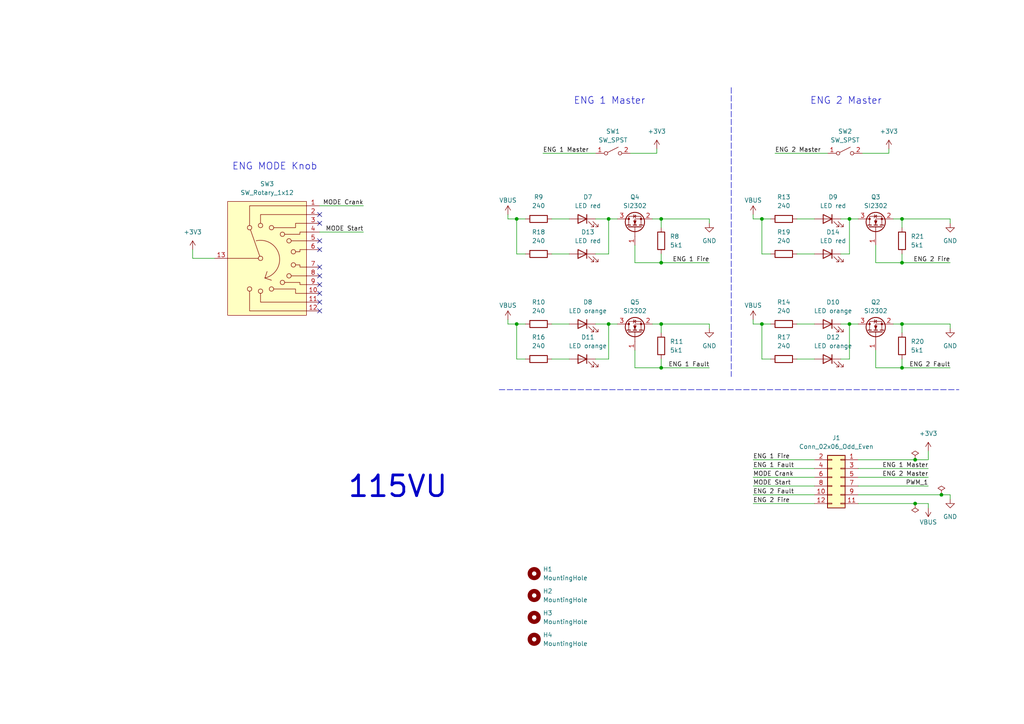
<source format=kicad_sch>
(kicad_sch (version 20231120) (generator "eeschema") (generator_version "8.0")
  (paper "A4")
  (title_block (rev "0.2"))
  (lib_symbols
    (symbol "Connector_Generic:Conn_02x06_Odd_Even" (pin_names (offset 1.016) hide)
      (property "Reference" "J" (at 1.27 7.62 0))
      (property "Value" "Conn_02x06_Odd_Even" (at 1.27 -10.16 0))
      (symbol "Conn_02x06_Odd_Even_1_1"
        (rectangle (start -1.27 -7.493) (end 0 -7.747) (stroke (width 0.1524)))
        (rectangle (start -1.27 -4.953) (end 0 -5.207) (stroke (width 0.1524)))
        (rectangle (start -1.27 -2.413) (end 0 -2.667) (stroke (width 0.1524)))
        (rectangle (start -1.27 0.127) (end 0 -0.127) (stroke (width 0.1524)))
        (rectangle (start -1.27 2.667) (end 0 2.413) (stroke (width 0.1524)))
        (rectangle (start -1.27 5.207) (end 0 4.953) (stroke (width 0.1524)))
        (rectangle (start -1.27 6.35) (end 3.81 -8.89) (stroke (width 0.254)) (fill (type background)))
        (rectangle (start 3.81 -7.493) (end 2.54 -7.747) (stroke (width 0.1524)))
        (rectangle (start 3.81 -4.953) (end 2.54 -5.207) (stroke (width 0.1524)))
        (rectangle (start 3.81 -2.413) (end 2.54 -2.667) (stroke (width 0.1524)))
        (rectangle (start 3.81 0.127) (end 2.54 -0.127) (stroke (width 0.1524)))
        (rectangle (start 3.81 2.667) (end 2.54 2.413) (stroke (width 0.1524)))
        (rectangle (start 3.81 5.207) (end 2.54 4.953) (stroke (width 0.1524)))
        (pin passive line (at -5.08 5.08 0) (length 3.81) (name "Pin_1") (number "1"))
        (pin passive line (at 7.62 -5.08 180) (length 3.81) (name "Pin_10") (number "10"))
        (pin passive line (at -5.08 -7.62 0) (length 3.81) (name "Pin_11") (number "11"))
        (pin passive line (at 7.62 -7.62 180) (length 3.81) (name "Pin_12") (number "12"))
        (pin passive line (at 7.62 5.08 180) (length 3.81) (name "Pin_2") (number "2"))
        (pin passive line (at -5.08 2.54 0) (length 3.81) (name "Pin_3") (number "3"))
        (pin passive line (at 7.62 2.54 180) (length 3.81) (name "Pin_4") (number "4"))
        (pin passive line (at -5.08 0 0) (length 3.81) (name "Pin_5") (number "5"))
        (pin passive line (at 7.62 0 180) (length 3.81) (name "Pin_6") (number "6"))
        (pin passive line (at -5.08 -2.54 0) (length 3.81) (name "Pin_7") (number "7"))
        (pin passive line (at 7.62 -2.54 180) (length 3.81) (name "Pin_8") (number "8"))
        (pin passive line (at -5.08 -5.08 0) (length 3.81) (name "Pin_9") (number "9"))
      )
    )
    (symbol "Device:LED" (pin_numbers hide) (pin_names (offset 1.016) hide)
      (property "Reference" "D" (at 0 2.54 0))
      (property "Value" "LED" (at 0 -2.54 0))
      (symbol "LED_0_1"
        (polyline (pts (xy -1.27 -1.27) (xy -1.27 1.27)) (stroke (width 0.254)))
        (polyline (pts (xy -1.27 0) (xy 1.27 0)))
        (polyline (pts (xy 1.27 -1.27) (xy 1.27 1.27) (xy -1.27 0) (xy 1.27 -1.27)) (stroke (width 0.254)))
        (polyline (pts (xy -3.048 -0.762) (xy -4.572 -2.286) (xy -3.81 -2.286) (xy -4.572 -2.286) (xy -4.572 -1.524)))
        (polyline (pts (xy -1.778 -0.762) (xy -3.302 -2.286) (xy -2.54 -2.286) (xy -3.302 -2.286) (xy -3.302 -1.524)))
      )
      (symbol "LED_1_1"
        (pin passive line (at -3.81 0 0) (length 2.54) (name "K") (number "1"))
        (pin passive line (at 3.81 0 180) (length 2.54) (name "A") (number "2"))
      )
    )
    (symbol "Device:R" (pin_numbers hide) (pin_names (offset 0))
      (property "Reference" "R" (at 2.032 0 90))
      (property "Value" "R" (at 0 0 90))
      (symbol "R_0_1"
        (rectangle (start -1.016 -2.54) (end 1.016 2.54) (stroke (width 0.254)))
      )
      (symbol "R_1_1"
        (pin passive line (at 0 3.81 270) (length 1.27) (name "~") (number "1"))
        (pin passive line (at 0 -3.81 90) (length 1.27) (name "~") (number "2"))
      )
    )
    (symbol "Mechanical:MountingHole" (pin_names (offset 1.016))
      (property "Reference" "H" (at 0 5.08 0))
      (property "Value" "MountingHole" (at 0 3.175 0))
      (symbol "MountingHole_0_1"
        (circle (center 0 0) (radius 1.27) (stroke (width 1.27)))
      )
    )
    (symbol "Switch:SW_Rotary_1x12" (pin_names (offset 1.016) hide)
      (property "Reference" "SW" (at 0 17.78 0))
      (property "Value" "SW_Rotary_1x12" (at 0 -17.78 0))
      (symbol "SW_Rotary_1x12_0_0"
        (circle (center -5.08 -8.89) (radius 0.635))
        (circle (center -5.08 8.89) (radius 0.635))
        (circle (center -1.905 -9.525) (radius 0.635))
        (circle (center -1.905 0) (radius 0.635))
        (circle (center -1.905 9.525) (radius 0.635))
        (arc (start -0.635 -5.715) (mid 3.4777 0.949) (end -3.175 5.08))
        (polyline (pts (xy -2.1336 0.6096) (xy -4.826 8.2804)))
        (polyline (pts (xy -0.635 -5.715) (xy 0 -3.81)))
        (polyline (pts (xy -0.635 -5.715) (xy 1.27 -6.35)))
        (polyline (pts (xy 6.985 -5.08) (xy 11.43 -5.08)))
        (polyline (pts (xy 6.985 5.08) (xy 11.43 5.08)))
        (polyline (pts (xy -5.08 -9.525) (xy -5.08 -15.24) (xy 11.43 -15.24)))
        (polyline (pts (xy -5.08 9.525) (xy -5.08 15.24) (xy 11.43 15.24)))
        (polyline (pts (xy -1.905 -10.16) (xy -1.905 -12.7) (xy 11.43 -12.7)))
        (polyline (pts (xy -1.905 10.16) (xy -1.905 12.7) (xy 11.43 12.7)))
        (polyline (pts (xy 1.905 -8.89) (xy 8.255 -8.89) (xy 8.255 -10.16) (xy 11.43 -10.16)))
        (polyline (pts (xy 1.905 8.89) (xy 8.255 8.89) (xy 8.255 10.16) (xy 11.43 10.16)))
        (polyline (pts (xy 5.08 -6.985) (xy 9.525 -6.985) (xy 9.525 -7.62) (xy 11.43 -7.62)))
        (polyline (pts (xy 5.08 6.985) (xy 9.525 6.985) (xy 9.525 7.62) (xy 11.43 7.62)))
        (polyline (pts (xy 8.255 -1.905) (xy 9.525 -1.905) (xy 9.525 -2.54) (xy 11.43 -2.54)))
        (polyline (pts (xy 8.255 1.905) (xy 9.525 1.905) (xy 9.525 2.54) (xy 11.43 2.54)))
        (circle (center 1.27 -8.89) (radius 0.635))
        (circle (center 1.27 8.89) (radius 0.635))
        (circle (center 4.445 -6.985) (radius 0.635))
        (circle (center 4.445 6.985) (radius 0.635))
        (circle (center 6.35 -5.08) (radius 0.635))
        (circle (center 6.35 5.08) (radius 0.635))
        (circle (center 7.62 -1.905) (radius 0.635))
        (circle (center 7.62 1.905) (radius 0.635))
      )
      (symbol "SW_Rotary_1x12_1_1"
        (rectangle (start -11.43 16.51) (end 11.43 -16.51) (fill (type background)))
        (polyline (pts (xy -11.43 0) (xy -2.54 0)))
        (pin passive line (at 15.24 15.24 180) (length 3.81) (name "1") (number "1"))
        (pin passive line (at 15.24 -10.16 180) (length 3.81) (name "10") (number "10"))
        (pin passive line (at 15.24 -12.7 180) (length 3.81) (name "11") (number "11"))
        (pin passive line (at 15.24 -15.24 180) (length 3.81) (name "12") (number "12"))
        (pin passive line (at -15.24 0 0) (length 3.81) (name "13") (number "13"))
        (pin passive line (at 15.24 12.7 180) (length 3.81) (name "2") (number "2"))
        (pin passive line (at 15.24 10.16 180) (length 3.81) (name "3") (number "3"))
        (pin passive line (at 15.24 7.62 180) (length 3.81) (name "4") (number "4"))
        (pin passive line (at 15.24 5.08 180) (length 3.81) (name "5") (number "5"))
        (pin passive line (at 15.24 2.54 180) (length 3.81) (name "6") (number "6"))
        (pin passive line (at 15.24 -2.54 180) (length 3.81) (name "7") (number "7"))
        (pin passive line (at 15.24 -5.08 180) (length 3.81) (name "8") (number "8"))
        (pin passive line (at 15.24 -7.62 180) (length 3.81) (name "9") (number "9"))
      )
    )
    (symbol "Switch:SW_SPST" (pin_names (offset 0) hide)
      (property "Reference" "SW" (at 0 3.175 0))
      (property "Value" "SW_SPST" (at 0 -2.54 0))
      (symbol "SW_SPST_0_0"
        (circle (center -2.032 0) (radius 0.508))
        (polyline (pts (xy -1.524 0.254) (xy 1.524 1.778)))
        (circle (center 2.032 0) (radius 0.508))
      )
      (symbol "SW_SPST_1_1"
        (pin passive line (at -5.08 0 0) (length 2.54) (name "A") (number "1"))
        (pin passive line (at 5.08 0 180) (length 2.54) (name "B") (number "2"))
      )
    )
    (symbol "Transistor_FET:2N7002K" (pin_names hide)
      (property "Reference" "Q" (at 5.08 1.905 0))
      (property "Value" "2N7002K" (at 5.08 0 0))
      (symbol "2N7002K_0_1"
        (polyline (pts (xy 0.254 0) (xy -2.54 0)))
        (polyline (pts (xy 0.254 1.905) (xy 0.254 -1.905)) (stroke (width 0.254)))
        (polyline (pts (xy 0.762 -1.27) (xy 0.762 -2.286)) (stroke (width 0.254)))
        (polyline (pts (xy 0.762 0.508) (xy 0.762 -0.508)) (stroke (width 0.254)))
        (polyline (pts (xy 0.762 2.286) (xy 0.762 1.27)) (stroke (width 0.254)))
        (polyline (pts (xy 2.54 2.54) (xy 2.54 1.778)))
        (polyline (pts (xy 2.54 -2.54) (xy 2.54 0) (xy 0.762 0)))
        (polyline (pts (xy 0.762 -1.778) (xy 3.302 -1.778) (xy 3.302 1.778) (xy 0.762 1.778)))
        (polyline (pts (xy 1.016 0) (xy 2.032 0.381) (xy 2.032 -0.381) (xy 1.016 0)) (fill (type outline)))
        (polyline (pts (xy 2.794 0.508) (xy 2.921 0.381) (xy 3.683 0.381) (xy 3.81 0.254)))
        (polyline (pts (xy 3.302 0.381) (xy 2.921 -0.254) (xy 3.683 -0.254) (xy 3.302 0.381)))
        (circle (center 1.651 0) (radius 2.794) (stroke (width 0.254)))
        (circle (center 2.54 -1.778) (radius 0.254) (fill (type outline)))
        (circle (center 2.54 1.778) (radius 0.254) (fill (type outline)))
      )
      (symbol "2N7002K_1_1"
        (pin input line (at -5.08 0 0) (length 2.54) (name "G") (number "1"))
        (pin passive line (at 2.54 -5.08 90) (length 2.54) (name "S") (number "2"))
        (pin passive line (at 2.54 5.08 270) (length 2.54) (name "D") (number "3"))
      )
    )
    (symbol "power:+3V3" (power) (pin_names (offset 0))
      (property "Value" "+3V3" (at 0 3.556 0))
      (symbol "+3V3_0_1"
        (polyline (pts (xy -0.762 1.27) (xy 0 2.54)))
        (polyline (pts (xy 0 0) (xy 0 2.54)))
        (polyline (pts (xy 0 2.54) (xy 0.762 1.27)))
      )
      (symbol "+3V3_1_1"
        (pin power_in line (at 0 0 90) (length 0) hide (name "+3V3") (number "1"))
      )
    )
    (symbol "power:GND" (power) (pin_names (offset 0))
      (property "Value" "GND" (at 0 -3.81 0))
      (symbol "GND_0_1"
        (polyline (pts (xy 0 0) (xy 0 -1.27) (xy 1.27 -1.27) (xy 0 -2.54) (xy -1.27 -1.27) (xy 0 -1.27)))
      )
      (symbol "GND_1_1"
        (pin power_in line (at 0 0 270) (length 0) hide (name "GND") (number "1"))
      )
    )
    (symbol "power:PWR_FLAG" (power) (pin_numbers hide) (pin_names (offset 0) hide)
      (property "Value" "PWR_FLAG" (at 0 3.81 0))
      (symbol "PWR_FLAG_0_0"
        (pin power_out line (at 0 0 90) (length 0) (name "pwr") (number "1"))
      )
      (symbol "PWR_FLAG_0_1"
        (polyline (pts (xy 0 0) (xy 0 1.27) (xy -1.016 1.905) (xy 0 2.54) (xy 1.016 1.905) (xy 0 1.27)))
      )
    )
    (symbol "power:VBUS" (power) (pin_names (offset 0))
      (property "Value" "VBUS" (at 0 3.81 0))
      (symbol "VBUS_0_1"
        (polyline (pts (xy -0.762 1.27) (xy 0 2.54)))
        (polyline (pts (xy 0 0) (xy 0 2.54)))
        (polyline (pts (xy 0 2.54) (xy 0.762 1.27)))
      )
      (symbol "VBUS_1_1"
        (pin power_in line (at 0 0 90) (length 0) hide (name "VBUS") (number "1"))
      )
    )
  )
  (junction (at 261.62 93.98))
  (junction (at 176.53 93.98))
  (junction (at 149.86 63.5))
  (junction (at 191.77 76.2))
  (junction (at 191.77 106.68))
  (junction (at 261.62 63.5))
  (junction (at 220.98 63.5))
  (junction (at 220.98 93.98))
  (junction (at 261.62 76.2))
  (junction (at 261.62 106.68))
  (junction (at 191.77 63.5))
  (junction (at 246.38 93.98))
  (junction (at 265.43 146.05))
  (junction (at 265.43 133.35))
  (junction (at 273.05 143.51))
  (junction (at 246.38 63.5))
  (junction (at 176.53 63.5))
  (junction (at 191.77 93.98))
  (junction (at 149.86 93.98))
  (no_connect (at 92.71 72.39))
  (no_connect (at 92.71 80.01))
  (no_connect (at 92.71 77.47))
  (no_connect (at 92.71 85.09))
  (no_connect (at 92.71 90.17))
  (no_connect (at 92.71 64.77))
  (no_connect (at 92.71 62.23))
  (no_connect (at 92.71 69.85))
  (no_connect (at 92.71 82.55))
  (no_connect (at 92.71 87.63))
  (wire (pts (xy 243.84 104.14) (xy 246.38 104.14)))
  (wire (pts (xy 275.59 93.98) (xy 261.62 93.98)))
  (wire (pts (xy 160.02 104.14) (xy 165.1 104.14)))
  (wire (pts (xy 160.02 93.98) (xy 165.1 93.98)))
  (wire (pts (xy 218.44 93.98) (xy 220.98 93.98)))
  (wire (pts (xy 218.44 140.97) (xy 236.22 140.97)))
  (wire (pts (xy 147.32 62.23) (xy 147.32 63.5)))
  (wire (pts (xy 205.74 93.98) (xy 191.77 93.98)))
  (wire (pts (xy 259.08 63.5) (xy 261.62 63.5)))
  (wire (pts (xy 191.77 76.2) (xy 205.74 76.2)))
  (wire (pts (xy 184.15 71.12) (xy 184.15 76.2)))
  (wire (pts (xy 220.98 93.98) (xy 220.98 104.14)))
  (wire (pts (xy 261.62 76.2) (xy 275.59 76.2)))
  (wire (pts (xy 248.92 143.51) (xy 273.05 143.51)))
  (wire (pts (xy 147.32 93.98) (xy 149.86 93.98)))
  (wire (pts (xy 218.44 146.05) (xy 236.22 146.05)))
  (wire (pts (xy 149.86 63.5) (xy 152.4 63.5)))
  (wire (pts (xy 184.15 101.6) (xy 184.15 106.68)))
  (wire (pts (xy 248.92 140.97) (xy 269.24 140.97)))
  (wire (pts (xy 149.86 93.98) (xy 152.4 93.98)))
  (wire (pts (xy 176.53 93.98) (xy 179.07 93.98)))
  (wire (pts (xy 205.74 64.77) (xy 205.74 63.5)))
  (wire (pts (xy 189.23 93.98) (xy 191.77 93.98)))
  (wire (pts (xy 92.71 59.69) (xy 105.41 59.69)))
  (wire (pts (xy 246.38 63.5) (xy 248.92 63.5)))
  (wire (pts (xy 265.43 146.05) (xy 269.24 146.05)))
  (wire (pts (xy 172.72 104.14) (xy 176.53 104.14)))
  (wire (pts (xy 218.44 62.23) (xy 218.44 63.5)))
  (wire (pts (xy 248.92 133.35) (xy 265.43 133.35)))
  (polyline (pts (xy 144.78 113.03) (xy 278.13 113.03)) (stroke (width 0) (type dash)))
  (wire (pts (xy 55.88 72.39) (xy 55.88 74.93)))
  (wire (pts (xy 205.74 63.5) (xy 191.77 63.5)))
  (wire (pts (xy 254 101.6) (xy 254 106.68)))
  (wire (pts (xy 176.53 63.5) (xy 172.72 63.5)))
  (wire (pts (xy 246.38 63.5) (xy 243.84 63.5)))
  (wire (pts (xy 275.59 63.5) (xy 261.62 63.5)))
  (wire (pts (xy 191.77 63.5) (xy 191.77 66.04)))
  (wire (pts (xy 147.32 92.71) (xy 147.32 93.98)))
  (wire (pts (xy 254 106.68) (xy 261.62 106.68)))
  (wire (pts (xy 243.84 73.66) (xy 246.38 73.66)))
  (wire (pts (xy 269.24 147.32) (xy 269.24 146.05)))
  (wire (pts (xy 55.88 74.93) (xy 62.23 74.93)))
  (wire (pts (xy 152.4 73.66) (xy 149.86 73.66)))
  (wire (pts (xy 269.24 130.81) (xy 269.24 133.35)))
  (wire (pts (xy 275.59 64.77) (xy 275.59 63.5)))
  (wire (pts (xy 92.71 67.31) (xy 105.41 67.31)))
  (wire (pts (xy 191.77 73.66) (xy 191.77 76.2)))
  (wire (pts (xy 231.14 93.98) (xy 236.22 93.98)))
  (wire (pts (xy 218.44 92.71) (xy 218.44 93.98)))
  (wire (pts (xy 218.44 138.43) (xy 236.22 138.43)))
  (wire (pts (xy 218.44 135.89) (xy 236.22 135.89)))
  (wire (pts (xy 152.4 104.14) (xy 149.86 104.14)))
  (wire (pts (xy 261.62 93.98) (xy 261.62 96.52)))
  (wire (pts (xy 191.77 93.98) (xy 191.77 96.52)))
  (wire (pts (xy 160.02 73.66) (xy 165.1 73.66)))
  (wire (pts (xy 248.92 135.89) (xy 269.24 135.89)))
  (wire (pts (xy 184.15 76.2) (xy 191.77 76.2)))
  (wire (pts (xy 220.98 63.5) (xy 220.98 73.66)))
  (wire (pts (xy 231.14 104.14) (xy 236.22 104.14)))
  (wire (pts (xy 275.59 143.51) (xy 275.59 144.78)))
  (wire (pts (xy 273.05 143.51) (xy 275.59 143.51)))
  (wire (pts (xy 254 71.12) (xy 254 76.2)))
  (wire (pts (xy 248.92 138.43) (xy 269.24 138.43)))
  (wire (pts (xy 231.14 73.66) (xy 236.22 73.66)))
  (polyline (pts (xy 212.09 25.4) (xy 212.09 109.22)) (stroke (width 0) (type dash)))
  (wire (pts (xy 218.44 133.35) (xy 236.22 133.35)))
  (wire (pts (xy 157.48 44.45) (xy 172.72 44.45)))
  (wire (pts (xy 246.38 93.98) (xy 248.92 93.98)))
  (wire (pts (xy 275.59 95.25) (xy 275.59 93.98)))
  (wire (pts (xy 176.53 63.5) (xy 179.07 63.5)))
  (wire (pts (xy 265.43 133.35) (xy 269.24 133.35)))
  (wire (pts (xy 231.14 63.5) (xy 236.22 63.5)))
  (wire (pts (xy 224.79 44.45) (xy 240.03 44.45)))
  (wire (pts (xy 220.98 63.5) (xy 223.52 63.5)))
  (wire (pts (xy 176.53 93.98) (xy 172.72 93.98)))
  (wire (pts (xy 254 76.2) (xy 261.62 76.2)))
  (wire (pts (xy 218.44 143.51) (xy 236.22 143.51)))
  (wire (pts (xy 182.88 44.45) (xy 190.5 44.45)))
  (wire (pts (xy 261.62 104.14) (xy 261.62 106.68)))
  (wire (pts (xy 257.81 43.18) (xy 257.81 44.45)))
  (wire (pts (xy 205.74 95.25) (xy 205.74 93.98)))
  (wire (pts (xy 259.08 93.98) (xy 261.62 93.98)))
  (wire (pts (xy 176.53 93.98) (xy 176.53 104.14)))
  (wire (pts (xy 149.86 63.5) (xy 149.86 73.66)))
  (wire (pts (xy 250.19 44.45) (xy 257.81 44.45)))
  (wire (pts (xy 176.53 63.5) (xy 176.53 73.66)))
  (wire (pts (xy 147.32 63.5) (xy 149.86 63.5)))
  (wire (pts (xy 261.62 73.66) (xy 261.62 76.2)))
  (wire (pts (xy 246.38 63.5) (xy 246.38 73.66)))
  (wire (pts (xy 223.52 73.66) (xy 220.98 73.66)))
  (wire (pts (xy 246.38 93.98) (xy 243.84 93.98)))
  (wire (pts (xy 160.02 63.5) (xy 165.1 63.5)))
  (wire (pts (xy 191.77 106.68) (xy 205.74 106.68)))
  (wire (pts (xy 261.62 106.68) (xy 275.59 106.68)))
  (wire (pts (xy 191.77 104.14) (xy 191.77 106.68)))
  (wire (pts (xy 184.15 106.68) (xy 191.77 106.68)))
  (wire (pts (xy 246.38 93.98) (xy 246.38 104.14)))
  (wire (pts (xy 261.62 63.5) (xy 261.62 66.04)))
  (wire (pts (xy 223.52 104.14) (xy 220.98 104.14)))
  (wire (pts (xy 172.72 73.66) (xy 176.53 73.66)))
  (wire (pts (xy 149.86 93.98) (xy 149.86 104.14)))
  (wire (pts (xy 190.5 43.18) (xy 190.5 44.45)))
  (wire (pts (xy 248.92 146.05) (xy 265.43 146.05)))
  (wire (pts (xy 218.44 63.5) (xy 220.98 63.5)))
  (wire (pts (xy 189.23 63.5) (xy 191.77 63.5)))
  (wire (pts (xy 220.98 93.98) (xy 223.52 93.98)))
  (text "ENG 1 Master" (at 166.37 30.48 0) (effects (font (size 2 2)) (justify left bottom)))
  (text "ENG MODE Knob" (at 67.31 49.53 0) (effects (font (size 2 2)) (justify left bottom)))
  (text "115VU" (at 100.584 144.78 0) (effects (font (size 6 6) (thickness 0.8) (bold yes)) (justify left bottom)))
  (text "ENG 2 Master" (at 234.95 30.48 0) (effects (font (size 2 2)) (justify left bottom)))
  (label "ENG 1 Fault" (at 218.44 135.89 0))
  (label "PWM_1" (at 269.24 140.97 180))
  (label "MODE Crank" (at 105.41 59.69 180))
  (label "ENG 1 Master" (at 269.24 135.89 180))
  (label "ENG 2 Fault" (at 218.44 143.51 0))
  (label "ENG 1 Master" (at 157.48 44.45 0))
  (label "ENG 2 Master" (at 224.79 44.45 0))
  (label "MODE Start" (at 218.44 140.97 0))
  (label "ENG 2 Fault" (at 275.59 106.68 180))
  (label "ENG 2 Fire" (at 218.44 146.05 0))
  (label "MODE Start" (at 105.41 67.31 180))
  (label "ENG 2 Master" (at 269.24 138.43 180))
  (label "ENG 1 Fire" (at 218.44 133.35 0))
  (label "MODE Crank" (at 218.44 138.43 0))
  (label "ENG 1 Fire" (at 205.74 76.2 180))
  (label "ENG 2 Fire" (at 275.59 76.2 180))
  (label "ENG 1 Fault" (at 205.74 106.68 180))
  (symbol (lib_id "power:PWR_FLAG") (at 265.43 146.05 180) (unit 1)
    (property "Reference" "#FLG02" (effects (hide yes)))
    (property "Value" "PWR_FLAG" (effects (hide yes)))
  )
  (symbol (lib_id "Device:R") (at 156.21 63.5 90) (unit 1)
    (property "Reference" "R9" (at 156.21 57.15 90))
    (property "Value" "240" (at 156.21 59.69 90))
    (property "Footprint" "Resistor_SMD:R_0805_2012Metric" (effects (hide yes)))
    (property "Datasheet" "https://www.lcsc.com/datasheet/lcsc_datasheet_2206010200_UNI-ROYAL-Uniroyal-Elec-0805W8F2400T5E_C17572.pdf" (effects (hide yes)))
    (property "JLCPCB Part" "C17572" (effects (hide yes)))
    (property "Manufracturer" "UNI-ROYAL(Uniroyal Elec)" (effects (hide yes)))
    (property "Manufracturer Part Number" "0805W8F1000T5E" (effects (hide yes)))
  )
  (symbol (lib_id "Device:LED") (at 240.03 93.98 0) (mirror y) (unit 1)
    (property "Reference" "D10" (at 241.6175 87.63 0))
    (property "Value" "LED orange" (at 241.6175 90.17 0))
    (property "Footprint" "LED_SMD:LED_0603_1608Metric" (effects (hide yes)))
    (property "Datasheet" "https://datasheet.lcsc.com/lcsc/1810201530_BrtLed-Bright-LED-Elec-BL-HKC36G-AV-TRB_C165981.pdf" (effects (hide yes)))
    (property "JLCPCB Part" "C165981" (effects (hide yes)))
    (property "Manufracturer" "BrtLed(Bright LED Elec)" (effects (hide yes)))
    (property "Manufracturer Part Number" "BL-HKC36G-AV-TRB" (effects (hide yes)))
  )
  (symbol (lib_id "Connector_Generic:Conn_02x06_Odd_Even") (at 243.84 138.43 0) (mirror y) (unit 1)
    (property "Reference" "J1" (at 242.57 127 0))
    (property "Value" "Conn_02x06_Odd_Even" (at 242.57 129.54 0))
    (property "Footprint" "Connector_IDC:IDC-Header_2x06_P2.54mm_Vertical" (effects (hide yes)))
  )
  (symbol (lib_id "Device:R") (at 227.33 63.5 90) (unit 1)
    (property "Reference" "R13" (at 227.33 57.15 90))
    (property "Value" "240" (at 227.33 59.69 90))
    (property "Footprint" "Resistor_SMD:R_0805_2012Metric" (effects (hide yes)))
    (property "Datasheet" "https://www.lcsc.com/datasheet/lcsc_datasheet_2206010200_UNI-ROYAL-Uniroyal-Elec-0805W8F2400T5E_C17572.pdf" (effects (hide yes)))
    (property "JLCPCB Part" "C17572" (effects (hide yes)))
    (property "Manufracturer" "UNI-ROYAL(Uniroyal Elec)" (effects (hide yes)))
    (property "Manufracturer Part Number" "0805W8F1000T5E" (effects (hide yes)))
  )
  (symbol (lib_id "Mechanical:MountingHole") (at 154.94 185.42 0) (unit 1) (in_bom no)
    (property "Reference" "H4" (at 157.48 184.15 0) (effects (justify left)))
    (property "Value" "MountingHole" (at 157.48 186.69 0) (effects (justify left)))
    (property "Footprint" "MountingHole:MountingHole_2.2mm_M2" (effects (hide yes)))
  )
  (symbol (lib_id "Device:LED") (at 168.91 104.14 0) (mirror y) (unit 1)
    (property "Reference" "D11" (at 170.4975 97.79 0))
    (property "Value" "LED orange" (at 170.4975 100.33 0))
    (property "Footprint" "LED_SMD:LED_0603_1608Metric" (effects (hide yes)))
    (property "Datasheet" "https://datasheet.lcsc.com/lcsc/1810201530_BrtLed-Bright-LED-Elec-BL-HKC36G-AV-TRB_C165981.pdf" (effects (hide yes)))
    (property "JLCPCB Part" "C165981" (effects (hide yes)))
    (property "Manufracturer" "BrtLed(Bright LED Elec)" (effects (hide yes)))
    (property "Manufracturer Part Number" "BL-HKC36G-AV-TRB" (effects (hide yes)))
  )
  (symbol (lib_id "Transistor_FET:2N7002K") (at 184.15 96.52 90) (unit 1)
    (property "Reference" "Q5" (at 184.15 87.63 90))
    (property "Value" "SI2302" (at 184.15 90.17 90))
    (property "Footprint" "Package_TO_SOT_SMD:SOT-23-3" (effects (hide yes)))
    (property "Datasheet" "https://www.lcsc.com/datasheet/lcsc_datasheet_2109011130_YONGYUTAI-SI2302_C2891732.pdf" (effects (hide yes)))
    (property "Manufracturer" "YONGYUTAI" (effects (hide yes)))
    (property "Manufracturer Part Number" "SI2302" (effects (hide yes)))
    (property "JLCPCB Part" "C2891732" (effects (hide yes)))
  )
  (symbol (lib_id "power:VBUS") (at 218.44 62.23 0) (unit 1)
    (property "Reference" "#PWR019" (effects (hide yes)))
    (property "Value" "VBUS" (at 218.44 58.0969 0))
  )
  (symbol (lib_id "Switch:SW_Rotary_1x12") (at 77.47 74.93 0) (unit 1)
    (property "Reference" "SW3" (at 77.47 53.34 0))
    (property "Value" "SW_Rotary_1x12" (at 77.47 55.88 0))
    (property "Footprint" "NiasStuff:C&K_Rotary_Switches" (effects (hide yes)))
    (property "Datasheet" "https://www.mouser.de/datasheet/2/240/arotary-3050724.pdf" (effects (hide yes)))
    (property "JLCPCB Part" "N/A" (effects (hide yes)))
    (property "Manufracturer" "C&K" (effects (hide yes)))
    (property "Manufracturer Part Number" "A12505RNZQ " (effects (hide yes)))
  )
  (symbol (lib_id "Transistor_FET:2N7002K") (at 254 96.52 90) (unit 1)
    (property "Reference" "Q2" (at 254 87.63 90))
    (property "Value" "SI2302" (at 254 90.17 90))
    (property "Footprint" "Package_TO_SOT_SMD:SOT-23-3" (effects (hide yes)))
    (property "Datasheet" "https://www.lcsc.com/datasheet/lcsc_datasheet_2109011130_YONGYUTAI-SI2302_C2891732.pdf" (effects (hide yes)))
    (property "Manufracturer" "YONGYUTAI" (effects (hide yes)))
    (property "Manufracturer Part Number" "SI2302" (effects (hide yes)))
    (property "JLCPCB Part" "C2891732" (effects (hide yes)))
  )
  (symbol (lib_id "power:VBUS") (at 147.32 92.71 0) (unit 1)
    (property "Reference" "#PWR09" (effects (hide yes)))
    (property "Value" "VBUS" (at 147.32 88.5769 0))
  )
  (symbol (lib_id "Device:R") (at 191.77 100.33 180) (unit 1)
    (property "Reference" "R11" (at 194.31 99.06 0) (effects (justify right)))
    (property "Value" "5k1" (at 194.31 101.6 0) (effects (justify right)))
    (property "Footprint" "Resistor_SMD:R_0603_1608Metric" (effects (hide yes)))
    (property "Datasheet" "https://www.lcsc.com/datasheet/lcsc_datasheet_2206010116_UNI-ROYAL-Uniroyal-Elec-0603WAF5101T5E_C23186.pdf" (effects (hide yes)))
    (property "JLCPCB Part" "C23186" (effects (hide yes)))
    (property "Manufracturer" "UNI-ROYAL(Uniroyal Elec)" (effects (hide yes)))
    (property "Manufracturer Part Number" "0603WAF5101T5E" (effects (hide yes)))
  )
  (symbol (lib_id "Switch:SW_SPST") (at 245.11 44.45 0) (unit 1)
    (property "Reference" "SW2" (at 245.11 38.1 0))
    (property "Value" "SW_SPST" (at 245.11 40.64 0))
    (property "Footprint" "NiasStuff:SW_SPDT_YUEN-FUNG_MT-0-102-A101-M200-RS" (effects (hide yes)))
    (property "Datasheet" "https://www.lcsc.com/datasheet/lcsc_datasheet_2307200931_YUEN-FUNG-MT-0-102-A101-M200-RS_C1788492.pdf" (effects (hide yes)))
    (property "JLCPCB Part" "C1788492" (effects (hide yes)))
    (property "Manufracturer" "YUEN FUNG" (effects (hide yes)))
    (property "Manufracturer Part Number" "MT-0-102-A101-M200-RS" (effects (hide yes)))
  )
  (symbol (lib_id "power:+3V3") (at 269.24 130.81 0) (unit 1)
    (property "Reference" "#PWR03" (effects (hide yes)))
    (property "Value" "+3V3" (at 269.24 125.73 0))
  )
  (symbol (lib_id "power:VBUS") (at 269.24 147.32 180) (unit 1)
    (property "Reference" "#PWR04" (effects (hide yes)))
    (property "Value" "VBUS" (at 269.24 151.4531 0))
  )
  (symbol (lib_id "Device:LED") (at 240.03 63.5 0) (mirror y) (unit 1)
    (property "Reference" "D9" (at 241.6175 57.15 0))
    (property "Value" "LED red" (at 241.6175 59.69 0))
    (property "Footprint" "LED_SMD:LED_0603_1608Metric" (effects (hide yes)))
    (property "Datasheet" "https://datasheet.lcsc.com/lcsc/1811131213_BrtLed-Bright-LED-Elec-BL-HUB36G-AV-TRB_C94743.pdf" (effects (hide yes)))
    (property "JLCPCB Part" "C94743" (effects (hide yes)))
    (property "Manufracturer" "BrtLed(Bright LED Elec)" (effects (hide yes)))
    (property "Manufracturer Part Number" "BL-HUB36G-AV-TRB" (effects (hide yes)))
  )
  (symbol (lib_id "Device:R") (at 261.62 69.85 180) (unit 1)
    (property "Reference" "R21" (at 264.16 68.58 0) (effects (justify right)))
    (property "Value" "5k1" (at 264.16 71.12 0) (effects (justify right)))
    (property "Footprint" "Resistor_SMD:R_0603_1608Metric" (effects (hide yes)))
    (property "Datasheet" "https://www.lcsc.com/datasheet/lcsc_datasheet_2206010116_UNI-ROYAL-Uniroyal-Elec-0603WAF5101T5E_C23186.pdf" (effects (hide yes)))
    (property "JLCPCB Part" "C23186" (effects (hide yes)))
    (property "Manufracturer" "UNI-ROYAL(Uniroyal Elec)" (effects (hide yes)))
    (property "Manufracturer Part Number" "0603WAF5101T5E" (effects (hide yes)))
  )
  (symbol (lib_id "power:+3V3") (at 257.81 43.18 0) (unit 1)
    (property "Reference" "#PWR015" (effects (hide yes)))
    (property "Value" "+3V3" (at 257.81 38.1 0))
  )
  (symbol (lib_id "power:GND") (at 275.59 95.25 0) (unit 1)
    (property "Reference" "#PWR018" (effects (hide yes)))
    (property "Value" "GND" (at 275.59 100.33 0))
  )
  (symbol (lib_id "Mechanical:MountingHole") (at 154.94 166.37 0) (unit 1) (in_bom no)
    (property "Reference" "H1" (at 157.48 165.1 0) (effects (justify left)))
    (property "Value" "MountingHole" (at 157.48 167.64 0) (effects (justify left)))
    (property "Footprint" "MountingHole:MountingHole_2.2mm_M2" (effects (hide yes)))
  )
  (symbol (lib_id "Device:R") (at 227.33 73.66 90) (unit 1)
    (property "Reference" "R19" (at 227.33 67.31 90))
    (property "Value" "240" (at 227.33 69.85 90))
    (property "Footprint" "Resistor_SMD:R_0805_2012Metric" (effects (hide yes)))
    (property "Datasheet" "https://www.lcsc.com/datasheet/lcsc_datasheet_2206010200_UNI-ROYAL-Uniroyal-Elec-0805W8F2400T5E_C17572.pdf" (effects (hide yes)))
    (property "JLCPCB Part" "C17572" (effects (hide yes)))
    (property "Manufracturer" "UNI-ROYAL(Uniroyal Elec)" (effects (hide yes)))
    (property "Manufracturer Part Number" "0805W8F1000T5E" (effects (hide yes)))
  )
  (symbol (lib_id "power:GND") (at 205.74 95.25 0) (unit 1)
    (property "Reference" "#PWR08" (effects (hide yes)))
    (property "Value" "GND" (at 205.74 100.33 0))
  )
  (symbol (lib_id "Mechanical:MountingHole") (at 154.94 172.72 0) (unit 1) (in_bom no)
    (property "Reference" "H2" (at 157.48 171.45 0) (effects (justify left)))
    (property "Value" "MountingHole" (at 157.48 173.99 0) (effects (justify left)))
    (property "Footprint" "MountingHole:MountingHole_2.2mm_M2" (effects (hide yes)))
  )
  (symbol (lib_id "Device:R") (at 227.33 93.98 90) (unit 1)
    (property "Reference" "R14" (at 227.33 87.63 90))
    (property "Value" "240" (at 227.33 90.17 90))
    (property "Footprint" "Resistor_SMD:R_0805_2012Metric" (effects (hide yes)))
    (property "Datasheet" "https://www.lcsc.com/datasheet/lcsc_datasheet_2206010200_UNI-ROYAL-Uniroyal-Elec-0805W8F2400T5E_C17572.pdf" (effects (hide yes)))
    (property "JLCPCB Part" "C17572" (effects (hide yes)))
    (property "Manufracturer" "UNI-ROYAL(Uniroyal Elec)" (effects (hide yes)))
    (property "Manufracturer Part Number" "0805W8F1000T5E" (effects (hide yes)))
  )
  (symbol (lib_id "power:VBUS") (at 218.44 92.71 0) (unit 1)
    (property "Reference" "#PWR014" (effects (hide yes)))
    (property "Value" "VBUS" (at 218.44 88.5769 0))
  )
  (symbol (lib_id "power:+3V3") (at 55.88 72.39 0) (unit 1)
    (property "Reference" "#PWR011" (effects (hide yes)))
    (property "Value" "+3V3" (at 55.88 67.31 0))
  )
  (symbol (lib_id "Device:R") (at 156.21 104.14 90) (unit 1)
    (property "Reference" "R16" (at 156.21 97.79 90))
    (property "Value" "240" (at 156.21 100.33 90))
    (property "Footprint" "Resistor_SMD:R_0805_2012Metric" (effects (hide yes)))
    (property "Datasheet" "https://www.lcsc.com/datasheet/lcsc_datasheet_2206010200_UNI-ROYAL-Uniroyal-Elec-0805W8F2400T5E_C17572.pdf" (effects (hide yes)))
    (property "JLCPCB Part" "C17572" (effects (hide yes)))
    (property "Manufracturer" "UNI-ROYAL(Uniroyal Elec)" (effects (hide yes)))
    (property "Manufracturer Part Number" "0805W8F1000T5E" (effects (hide yes)))
  )
  (symbol (lib_id "power:PWR_FLAG") (at 273.05 143.51 0) (unit 1)
    (property "Reference" "#FLG03" (effects (hide yes)))
    (property "Value" "PWR_FLAG" (effects (hide yes)))
  )
  (symbol (lib_id "Switch:SW_SPST") (at 177.8 44.45 0) (unit 1)
    (property "Reference" "SW1" (at 177.8 38.1 0))
    (property "Value" "SW_SPST" (at 177.8 40.64 0))
    (property "Footprint" "NiasStuff:SW_SPDT_YUEN-FUNG_MT-0-102-A101-M200-RS" (effects (hide yes)))
    (property "Datasheet" "https://www.lcsc.com/datasheet/lcsc_datasheet_2307200931_YUEN-FUNG-MT-0-102-A101-M200-RS_C1788492.pdf" (effects (hide yes)))
    (property "JLCPCB Part" "C1788492" (effects (hide yes)))
    (property "Manufracturer" "YUEN FUNG" (effects (hide yes)))
    (property "Manufracturer Part Number" "MT-0-102-A101-M200-RS" (effects (hide yes)))
  )
  (symbol (lib_id "Device:R") (at 191.77 69.85 180) (unit 1)
    (property "Reference" "R8" (at 194.31 68.58 0) (effects (justify right)))
    (property "Value" "5k1" (at 194.31 71.12 0) (effects (justify right)))
    (property "Footprint" "Resistor_SMD:R_0603_1608Metric" (effects (hide yes)))
    (property "Datasheet" "https://www.lcsc.com/datasheet/lcsc_datasheet_2206010116_UNI-ROYAL-Uniroyal-Elec-0603WAF5101T5E_C23186.pdf" (effects (hide yes)))
    (property "JLCPCB Part" "C23186" (effects (hide yes)))
    (property "Manufracturer" "UNI-ROYAL(Uniroyal Elec)" (effects (hide yes)))
    (property "Manufracturer Part Number" "0603WAF5101T5E" (effects (hide yes)))
  )
  (symbol (lib_id "Device:R") (at 261.62 100.33 180) (unit 1)
    (property "Reference" "R20" (at 264.16 99.06 0) (effects (justify right)))
    (property "Value" "5k1" (at 264.16 101.6 0) (effects (justify right)))
    (property "Footprint" "Resistor_SMD:R_0603_1608Metric" (effects (hide yes)))
    (property "Datasheet" "https://www.lcsc.com/datasheet/lcsc_datasheet_2206010116_UNI-ROYAL-Uniroyal-Elec-0603WAF5101T5E_C23186.pdf" (effects (hide yes)))
    (property "JLCPCB Part" "C23186" (effects (hide yes)))
    (property "Manufracturer" "UNI-ROYAL(Uniroyal Elec)" (effects (hide yes)))
    (property "Manufracturer Part Number" "0603WAF5101T5E" (effects (hide yes)))
  )
  (symbol (lib_id "power:VBUS") (at 147.32 62.23 0) (unit 1)
    (property "Reference" "#PWR07" (effects (hide yes)))
    (property "Value" "VBUS" (at 147.32 58.0969 0))
  )
  (symbol (lib_id "Transistor_FET:2N7002K") (at 184.15 66.04 90) (unit 1)
    (property "Reference" "Q4" (at 184.15 57.15 90))
    (property "Value" "SI2302" (at 184.15 59.69 90))
    (property "Footprint" "Package_TO_SOT_SMD:SOT-23-3" (effects (hide yes)))
    (property "Datasheet" "https://www.lcsc.com/datasheet/lcsc_datasheet_2109011130_YONGYUTAI-SI2302_C2891732.pdf" (effects (hide yes)))
    (property "Manufracturer" "YONGYUTAI" (effects (hide yes)))
    (property "Manufracturer Part Number" "SI2302" (effects (hide yes)))
    (property "JLCPCB Part" "C2891732" (effects (hide yes)))
  )
  (symbol (lib_id "Device:LED") (at 168.91 63.5 0) (mirror y) (unit 1)
    (property "Reference" "D7" (at 170.4975 57.15 0))
    (property "Value" "LED red" (at 170.4975 59.69 0))
    (property "Footprint" "LED_SMD:LED_0603_1608Metric" (effects (hide yes)))
    (property "Datasheet" "https://datasheet.lcsc.com/lcsc/1811131213_BrtLed-Bright-LED-Elec-BL-HUB36G-AV-TRB_C94743.pdf" (effects (hide yes)))
    (property "JLCPCB Part" "C94743" (effects (hide yes)))
    (property "Manufracturer" "BrtLed(Bright LED Elec)" (effects (hide yes)))
    (property "Manufracturer Part Number" "BL-HUB36G-AV-TRB" (effects (hide yes)))
  )
  (symbol (lib_id "power:PWR_FLAG") (at 265.43 133.35 0) (unit 1)
    (property "Reference" "#FLG01" (effects (hide yes)))
    (property "Value" "PWR_FLAG" (effects (hide yes)))
  )
  (symbol (lib_id "Device:LED") (at 168.91 73.66 0) (mirror y) (unit 1)
    (property "Reference" "D13" (at 170.4975 67.31 0))
    (property "Value" "LED red" (at 170.4975 69.85 0))
    (property "Footprint" "LED_SMD:LED_0603_1608Metric" (effects (hide yes)))
    (property "Datasheet" "https://datasheet.lcsc.com/lcsc/1811131213_BrtLed-Bright-LED-Elec-BL-HUB36G-AV-TRB_C94743.pdf" (effects (hide yes)))
    (property "JLCPCB Part" "C94743" (effects (hide yes)))
    (property "Manufracturer" "BrtLed(Bright LED Elec)" (effects (hide yes)))
    (property "Manufracturer Part Number" "BL-HUB36G-AV-TRB" (effects (hide yes)))
  )
  (symbol (lib_id "power:+3V3") (at 190.5 43.18 0) (unit 1)
    (property "Reference" "#PWR010" (effects (hide yes)))
    (property "Value" "+3V3" (at 190.5 38.1 0))
  )
  (symbol (lib_id "Device:R") (at 227.33 104.14 90) (unit 1)
    (property "Reference" "R17" (at 227.33 97.79 90))
    (property "Value" "240" (at 227.33 100.33 90))
    (property "Footprint" "Resistor_SMD:R_0805_2012Metric" (effects (hide yes)))
    (property "Datasheet" "https://www.lcsc.com/datasheet/lcsc_datasheet_2206010200_UNI-ROYAL-Uniroyal-Elec-0805W8F2400T5E_C17572.pdf" (effects (hide yes)))
    (property "JLCPCB Part" "C17572" (effects (hide yes)))
    (property "Manufracturer" "UNI-ROYAL(Uniroyal Elec)" (effects (hide yes)))
    (property "Manufracturer Part Number" "0805W8F1000T5E" (effects (hide yes)))
  )
  (symbol (lib_id "Device:LED") (at 240.03 73.66 0) (mirror y) (unit 1)
    (property "Reference" "D14" (at 241.6175 67.31 0))
    (property "Value" "LED red" (at 241.6175 69.85 0))
    (property "Footprint" "LED_SMD:LED_0603_1608Metric" (effects (hide yes)))
    (property "Datasheet" "https://datasheet.lcsc.com/lcsc/1811131213_BrtLed-Bright-LED-Elec-BL-HUB36G-AV-TRB_C94743.pdf" (effects (hide yes)))
    (property "JLCPCB Part" "C94743" (effects (hide yes)))
    (property "Manufracturer" "BrtLed(Bright LED Elec)" (effects (hide yes)))
    (property "Manufracturer Part Number" "BL-HUB36G-AV-TRB" (effects (hide yes)))
  )
  (symbol (lib_id "power:GND") (at 205.74 64.77 0) (unit 1)
    (property "Reference" "#PWR06" (effects (hide yes)))
    (property "Value" "GND" (at 205.74 69.85 0))
  )
  (symbol (lib_id "power:GND") (at 275.59 64.77 0) (unit 1)
    (property "Reference" "#PWR013" (effects (hide yes)))
    (property "Value" "GND" (at 275.59 69.85 0))
  )
  (symbol (lib_id "Device:R") (at 156.21 93.98 90) (unit 1)
    (property "Reference" "R10" (at 156.21 87.63 90))
    (property "Value" "240" (at 156.21 90.17 90))
    (property "Footprint" "Resistor_SMD:R_0805_2012Metric" (effects (hide yes)))
    (property "Datasheet" "https://www.lcsc.com/datasheet/lcsc_datasheet_2206010200_UNI-ROYAL-Uniroyal-Elec-0805W8F2400T5E_C17572.pdf" (effects (hide yes)))
    (property "JLCPCB Part" "C17572" (effects (hide yes)))
    (property "Manufracturer" "UNI-ROYAL(Uniroyal Elec)" (effects (hide yes)))
    (property "Manufracturer Part Number" "0805W8F1000T5E" (effects (hide yes)))
  )
  (symbol (lib_id "power:GND") (at 275.59 144.78 0) (unit 1)
    (property "Reference" "#PWR05" (effects (hide yes)))
    (property "Value" "GND" (at 275.59 149.86 0))
  )
  (symbol (lib_id "Device:LED") (at 168.91 93.98 0) (mirror y) (unit 1)
    (property "Reference" "D8" (at 170.4975 87.63 0))
    (property "Value" "LED orange" (at 170.4975 90.17 0))
    (property "Footprint" "LED_SMD:LED_0603_1608Metric" (effects (hide yes)))
    (property "Datasheet" "https://datasheet.lcsc.com/lcsc/1810201530_BrtLed-Bright-LED-Elec-BL-HKC36G-AV-TRB_C165981.pdf" (effects (hide yes)))
    (property "JLCPCB Part" "C165981" (effects (hide yes)))
    (property "Manufracturer" "BrtLed(Bright LED Elec)" (effects (hide yes)))
    (property "Manufracturer Part Number" "BL-HKC36G-AV-TRB" (effects (hide yes)))
  )
  (symbol (lib_id "Mechanical:MountingHole") (at 154.94 179.07 0) (unit 1) (in_bom no)
    (property "Reference" "H3" (at 157.48 177.8 0) (effects (justify left)))
    (property "Value" "MountingHole" (at 157.48 180.34 0) (effects (justify left)))
    (property "Footprint" "MountingHole:MountingHole_2.2mm_M2" (effects (hide yes)))
  )
  (symbol (lib_id "Device:R") (at 156.21 73.66 90) (unit 1)
    (property "Reference" "R18" (at 156.21 67.31 90))
    (property "Value" "240" (at 156.21 69.85 90))
    (property "Footprint" "Resistor_SMD:R_0805_2012Metric" (effects (hide yes)))
    (property "Datasheet" "https://www.lcsc.com/datasheet/lcsc_datasheet_2206010200_UNI-ROYAL-Uniroyal-Elec-0805W8F2400T5E_C17572.pdf" (effects (hide yes)))
    (property "JLCPCB Part" "C17572" (effects (hide yes)))
    (property "Manufracturer" "UNI-ROYAL(Uniroyal Elec)" (effects (hide yes)))
    (property "Manufracturer Part Number" "0805W8F1000T5E" (effects (hide yes)))
  )
  (symbol (lib_id "Transistor_FET:2N7002K") (at 254 66.04 90) (unit 1)
    (property "Reference" "Q3" (at 254 57.15 90))
    (property "Value" "SI2302" (at 254 59.69 90))
    (property "Footprint" "Package_TO_SOT_SMD:SOT-23-3" (effects (hide yes)))
    (property "Datasheet" "https://www.lcsc.com/datasheet/lcsc_datasheet_2109011130_YONGYUTAI-SI2302_C2891732.pdf" (effects (hide yes)))
    (property "Manufracturer" "YONGYUTAI" (effects (hide yes)))
    (property "Manufracturer Part Number" "SI2302" (effects (hide yes)))
    (property "JLCPCB Part" "C2891732" (effects (hide yes)))
  )
  (symbol (lib_id "Device:LED") (at 240.03 104.14 0) (mirror y) (unit 1)
    (property "Reference" "D12" (at 241.6175 97.79 0))
    (property "Value" "LED orange" (at 241.6175 100.33 0))
    (property "Footprint" "LED_SMD:LED_0603_1608Metric" (effects (hide yes)))
    (property "Datasheet" "https://datasheet.lcsc.com/lcsc/1810201530_BrtLed-Bright-LED-Elec-BL-HKC36G-AV-TRB_C165981.pdf" (effects (hide yes)))
    (property "JLCPCB Part" "C165981" (effects (hide yes)))
    (property "Manufracturer" "BrtLed(Bright LED Elec)" (effects (hide yes)))
    (property "Manufracturer Part Number" "BL-HKC36G-AV-TRB" (effects (hide yes)))
  )
)
</source>
